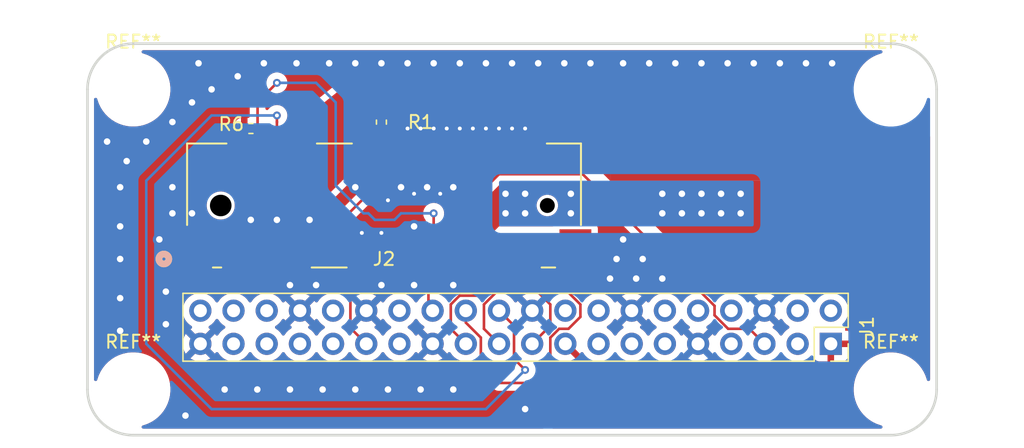
<source format=kicad_pcb>
(kicad_pcb (version 20241229) (generator "pcbnew") (generator_version "9.0")
  (layers (0 "F.Cu" signal) (2 "B.Cu" signal) (13 "F.Paste" user) (15 "B.Paste" user) (5 "F.SilkS" user "F.Silkscreen") (7 "B.SilkS" user "B.Silkscreen") (1 "F.Mask" user) (3 "B.Mask" user) (25 "Edge.Cuts" user))
  (net 0 "")
  (net 1 "Net-(J1-GPIO09_SPI_MISO)")
  (net 5 "Net-(J1-GPIO07_SPI_CE1_N)")
  (net 13 "Net-(J1-GPIO08_SPI_CE0_N)")
  (net 18 "Net-(J1-GPIO11_SPI_CLK)")
  (net 19 "Net-(J1-GPIO05)")
  (net 20 "Net-(J1-GPIO10_SPI_MOSI)")
  (net 23 "Net-(J1-GPIO03_SCL1_I2C)")
  (net 27 "Net-(J1-GPIO25)")
  (net 56 "Net-(J1-GND-Pad14)")
  (net 57 "Net-(J1-3.3V-Pad1)")
  (footprint "2041262-1:CONN60_2041262-1_TEC" (layer "F.Cu") (at 150.200002 97.400008 180)
    (property "Reference" "J2" (at -1 -4.099992 0) (layer "F.SilkS"))
    (property "Value" "Bus_PCI_Express_Mini")
    (fp_line (start 14.0749 4.7498) (end 14.0749 -1.490853) (stroke (width 0.1524)) (layer "F.SilkS"))
    (fp_line (start 12.098056 -4.7498) (end 11.462939 -4.7498) (stroke (width 0.1524)) (layer "F.SilkS"))
    (fp_line (start 11.06294 4.7498) (end 14.0749 4.7498) (stroke (width 0.1524)) (layer "F.SilkS"))
    (fp_line (start 4.53706 -4.7498) (end 1.862941 -4.7498) (stroke (width 0.1524)) (layer "F.SilkS"))
    (fp_line (start 1.462941 4.7498) (end 4.137059 4.7498) (stroke (width 0.1524)) (layer "F.SilkS"))
    (fp_line (start -13.062938 -4.7498) (end -14.098056 -4.7498) (stroke (width 0.1524)) (layer "F.SilkS"))
    (fp_line (start -16.0749 4.7498) (end -13.462939 4.7498) (stroke (width 0.1524)) (layer "F.SilkS"))
    (fp_line (start -16.0749 -1.490853) (end -16.0749 4.7498) (stroke (width 0.1524)) (layer "F.SilkS"))
    (fp_circle (center 15.8529 -4.099992) (end 15.4719 -4.099992) (stroke (width 0.508)) (fill no) (layer "F.SilkS"))
    (fp_circle (center 15.8529 -4.099992) (end 15.4719 -4.099992) (stroke (width 0.508)) (fill no) (layer "B.SilkS"))
    (pad "" smd rect (at -15.649996 -3.499993 90) (size 3.3528 2.4384) (layers "F.Cu" "F.Mask" "F.Paste"))
    (pad "" np_thru_hole circle (at -13.500102 0.000076) (size 1.143 1.143) (drill 1.143) (layers))
    (pad "" np_thru_hole circle (at 11.500001 0) (size 1.651 1.651) (drill 1.651) (layers))
    (pad "" smd rect (at 13.649996 -3.499993 90) (size 3.3528 2.4384) (layers "F.Cu" "F.Mask" "F.Paste"))
    (pad "1" smd rect (at -12.399998 -4.099992) (size 0.6 2.1082) (layers "F.Cu" "F.Mask" "F.Paste") (net 13 "Net-(J1-GPIO08_SPI_CE0_N)"))
    (pad "2" smd rect (at -11.599999 -4.099992) (size 0.6 2.1082) (layers "F.Cu" "F.Mask" "F.Paste") (net 20 "Net-(J1-GPIO10_SPI_MOSI)"))
    (pad "3" smd rect (at -10.799998 -4.099992) (size 0.6 2.1082) (layers "F.Cu" "F.Mask" "F.Paste") (net 1 "Net-(J1-GPIO09_SPI_MISO)"))
    (pad "4" smd rect (at -10 -4.099992) (size 0.6 2.1082) (layers "F.Cu" "F.Mask" "F.Paste") (net 18 "Net-(J1-GPIO11_SPI_CLK)"))
    (pad "5" smd rect (at -9.199999 -4.099992) (size 0.6 2.1082) (layers "F.Cu" "F.Mask" "F.Paste") (net 56 "Net-(J1-GND-Pad14)"))
    (pad "6" smd rect (at -8.399998 -4.099992) (size 0.6 2.1082) (layers "F.Cu" "F.Mask" "F.Paste") (net 57 "Net-(J1-3.3V-Pad1)"))
    (pad "7" smd rect (at -7.599999 -4.099992) (size 0.6 2.1082) (layers "F.Cu" "F.Mask" "F.Paste") (net 57 "Net-(J1-3.3V-Pad1)"))
    (pad "8" smd rect (at -6.799999 -4.099992) (size 0.6 2.1082) (layers "F.Cu" "F.Mask" "F.Paste") (net 56 "Net-(J1-GND-Pad14)"))
    (pad "9" smd rect (at -6 -4.099992) (size 0.6 2.1082) (layers "F.Cu" "F.Mask" "F.Paste") (net 56 "Net-(J1-GND-Pad14)"))
    (pad "10" smd rect (at -5.199999 -4.099992) (size 0.6 2.1082) (layers "F.Cu" "F.Mask" "F.Paste") (net 23 "Net-(J1-GPIO03_SCL1_I2C)"))
    (pad "11" smd rect (at -4.399998 -4.099992) (size 0.6 2.1082) (layers "F.Cu" "F.Mask" "F.Paste") (net 5 "Net-(J1-GPIO07_SPI_CE1_N)"))
    (pad "12" smd rect (at -3.6 -4.099992) (size 0.6 2.1082) (layers "F.Cu" "F.Mask" "F.Paste") (net 56 "Net-(J1-GND-Pad14)"))
    (pad "13" smd rect (at -2.799999 -4.099992) (size 0.6 2.1082) (layers "F.Cu" "F.Mask" "F.Paste") (net 56 "Net-(J1-GND-Pad14)"))
    (pad "14" smd rect (at -2.000001 -4.099992) (size 0.6 2.1082) (layers "F.Cu" "F.Mask" "F.Paste"))
    (pad "15" smd rect (at -1.2 -4.099992) (size 0.6 2.1082) (layers "F.Cu" "F.Mask" "F.Paste"))
    (pad "16" smd rect (at -0.399999 -4.099992) (size 0.6 2.1082) (layers "F.Cu" "F.Mask" "F.Paste") (net 56 "Net-(J1-GND-Pad14)"))
    (pad "17" smd rect (at 0.4 -4.099992) (size 0.6 2.1082) (layers "F.Cu" "F.Mask" "F.Paste"))
    (pad "18" smd rect (at 1.200001 -4.099992) (size 0.6 2.1082) (layers "F.Cu" "F.Mask" "F.Paste"))
    (pad "19" smd rect (at 5.2 -4.099992) (size 0.6 2.1082) (layers "F.Cu" "F.Mask" "F.Paste") (net 56 "Net-(J1-GND-Pad14)"))
    (pad "20" smd rect (at 5.999999 -4.099992) (size 0.6 2.1082) (layers "F.Cu" "F.Mask" "F.Paste"))
    (pad "21" smd rect (at 6.8 -4.099992) (size 0.6 2.1082) (layers "F.Cu" "F.Mask" "F.Paste"))
    (pad "22" smd rect (at 7.600001 -4.099992) (size 0.6 2.1082) (layers "F.Cu" "F.Mask" "F.Paste") (net 56 "Net-(J1-GND-Pad14)"))
    (pad "23" smd rect (at 8.399999 -4.099992) (size 0.6 2.1082) (layers "F.Cu" "F.Mask" "F.Paste"))
    (pad "24" smd rect (at 9.2 -4.099992) (size 0.6 2.1082) (layers "F.Cu" "F.Mask" "F.Paste"))
    (pad "25" smd rect (at 9.999998 -4.099992) (size 0.6 2.1082) (layers "F.Cu" "F.Mask" "F.Paste"))
    (pad "26" smd rect (at 10.799999 -4.099992) (size 0.6 2.1082) (layers "F.Cu" "F.Mask" "F.Paste"))
    (pad "27" smd rect (at -12.799999 4.100009) (size 0.6 2.1082) (layers "F.Cu" "F.Mask" "F.Paste") (net 57 "Net-(J1-3.3V-Pad1)"))
    (pad "28" smd rect (at -11.999998 4.100009) (size 0.6 2.1082) (layers "F.Cu" "F.Mask" "F.Paste") (net 56 "Net-(J1-GND-Pad14)"))
    (pad "29" smd rect (at -11.199997 4.100009) (size 0.6 2.1082) (layers "F.Cu" "F.Mask" "F.Paste"))
    (pad "30" smd rect (at -10.399999 4.100009) (size 0.6 2.1082) (layers "F.Cu" "F.Mask" "F.Paste"))
    (pad "31" smd rect (at -9.599998 4.100009) (size 0.6 2.1082) (layers "F.Cu" "F.Mask" "F.Paste"))
    (pad "32" smd rect (at -8.8 4.100009) (size 0.6 2.1082) (layers "F.Cu" "F.Mask" "F.Paste"))
    (pad "33" smd rect (at -7.999999 4.100009) (size 0.6 2.1082) (layers "F.Cu" "F.Mask" "F.Paste") (net 56 "Net-(J1-GND-Pad14)"))
    (pad "34" smd rect (at -7.199998 4.100009) (size 0.6 2.1082) (layers "F.Cu" "F.Mask" "F.Paste"))
    (pad "35" smd rect (at -6.399999 4.100009) (size 0.6 2.1082) (layers "F.Cu" "F.Mask" "F.Paste"))
    (pad "36" smd rect (at -5.599998 4.100009) (size 0.6 2.1082) (layers "F.Cu" "F.Mask" "F.Paste") (net 56 "Net-(J1-GND-Pad14)"))
    (pad "37" smd rect (at -4.8 4.100009) (size 0.6 2.1082) (layers "F.Cu" "F.Mask" "F.Paste"))
    (pad "38" smd rect (at -3.999999 4.100009) (size 0.6 2.1082) (layers "F.Cu" "F.Mask" "F.Paste"))
    (pad "39" smd rect (at -3.199998 4.100009) (size 0.6 2.1082) (layers "F.Cu" "F.Mask" "F.Paste"))
    (pad "40" smd rect (at -2.4 4.100009) (size 0.6 2.1082) (layers "F.Cu" "F.Mask" "F.Paste") (net 56 "Net-(J1-GND-Pad14)"))
    (pad "41" smd rect (at -1.599999 4.100009) (size 0.6 2.1082) (layers "F.Cu" "F.Mask" "F.Paste") (net 57 "Net-(J1-3.3V-Pad1)"))
    (pad "42" smd rect (at -0.8 4.100009) (size 0.6 2.1082) (layers "F.Cu" "F.Mask" "F.Paste") (net 19 "Net-(J1-GPIO05)"))
    (pad "43" smd rect (at 0.000001 4.100009) (size 0.6 2.1082) (layers "F.Cu" "F.Mask" "F.Paste"))
    (pad "44" smd rect (at 0.800001 4.100009) (size 0.6 2.1082) (layers "F.Cu" "F.Mask" "F.Paste") (net 56 "Net-(J1-GND-Pad14)"))
    (pad "45" smd rect (at 4.799999 4.100009) (size 0.6 2.1082) (layers "F.Cu" "F.Mask" "F.Paste"))
    (pad "46" smd rect (at 5.599999 4.100009) (size 0.6 2.1082) (layers "F.Cu" "F.Mask" "F.Paste"))
    (pad "47" smd rect (at 6.4 4.100009) (size 0.6 2.1082) (layers "F.Cu" "F.Mask" "F.Paste"))
    (pad "48" smd rect (at 7.199999 4.100009) (size 0.6 2.1082) (layers "F.Cu" "F.Mask" "F.Paste") (net 27 "Net-(J1-GPIO25)"))
    (pad "49" smd rect (at 8 4.100009) (size 0.6 2.1082) (layers "F.Cu" "F.Mask" "F.Paste"))
    (pad "50" smd rect (at 8.799998 4.100009) (size 0.6 2.1082) (layers "F.Cu" "F.Mask" "F.Paste"))
    (pad "51" smd rect (at 9.599999 4.100009) (size 0.6 2.1082) (layers "F.Cu" "F.Mask" "F.Paste") (net 56 "Net-(J1-GND-Pad14)"))
    (pad "52" smd rect (at 10.4 4.100009) (size 0.6 2.1082) (layers "F.Cu" "F.Mask" "F.Paste") (net 57 "Net-(J1-3.3V-Pad1)"))
  )
  (footprint "MountingHole:MountingHole_2.7mm_M2.5" (layer "F.Cu") (at 190 111.5)
    (property "Reference" "REF**" (at 0 -3.65 0) (layer "F.SilkS"))
    (property "Value" "MountingHole_2.7mm_M2.5")
    (pad "" np_thru_hole circle (at 0 0) (size 2.7 2.7) (drill 2.7) (layers "*.Cu" "*.Mask"))
  )
  (footprint "Connector_PinSocket_2.54mm:PinSocket_2x20_P2.54mm_Vertical" (layer "F.Cu") (at 185.4 108 -90)
    (property "Reference" "J1" (at -1.27 -2.77 90) (layer "F.SilkS"))
    (property "Value" "RPi_GPIO")
    (fp_line (start -3.87 49.59) (end 1.33 49.59) (stroke (width 0.12)) (layer "F.SilkS"))
    (fp_line (start -1.27 1.27) (end 1.33 1.27) (stroke (width 0.12)) (layer "F.SilkS"))
    (fp_line (start 1.33 1.27) (end 1.33 49.59) (stroke (width 0.12)) (layer "F.SilkS"))
    (fp_line (start -3.87 -1.33) (end -3.87 49.59) (stroke (width 0.12)) (layer "F.SilkS"))
    (fp_line (start -3.87 -1.33) (end -1.27 -1.33) (stroke (width 0.12)) (layer "F.SilkS"))
    (fp_line (start -1.27 -1.33) (end -1.27 1.27) (stroke (width 0.12)) (layer "F.SilkS"))
    (fp_line (start 0 -1.33) (end 1.33 -1.33) (stroke (width 0.12)) (layer "F.SilkS"))
    (fp_line (start 1.33 -1.33) (end 1.33 0) (stroke (width 0.12)) (layer "F.SilkS"))
    (pad "1" thru_hole rect (at 0 0 270) (size 1.7 1.7) (drill 1) (layers "*.Cu" "*.Mask") (net 57 "Net-(J1-3.3V-Pad1)"))
    (pad "2" thru_hole circle (at -2.54 0 270) (size 1.7 1.7) (drill 1) (layers "*.Cu" "*.Mask"))
    (pad "3" thru_hole circle (at 0 2.54 270) (size 1.7 1.7) (drill 1) (layers "*.Cu" "*.Mask"))
    (pad "4" thru_hole circle (at -2.54 2.54 270) (size 1.7 1.7) (drill 1) (layers "*.Cu" "*.Mask"))
    (pad "5" thru_hole circle (at 0 5.08 270) (size 1.7 1.7) (drill 1) (layers "*.Cu" "*.Mask") (net 23 "Net-(J1-GPIO03_SCL1_I2C)"))
    (pad "6" thru_hole circle (at -2.54 5.08 270) (size 1.7 1.7) (drill 1) (layers "*.Cu" "*.Mask") (net 56 "Net-(J1-GND-Pad14)"))
    (pad "7" thru_hole circle (at 0 7.62 270) (size 1.7 1.7) (drill 1) (layers "*.Cu" "*.Mask"))
    (pad "8" thru_hole circle (at -2.54 7.62 270) (size 1.7 1.7) (drill 1) (layers "*.Cu" "*.Mask"))
    (pad "9" thru_hole circle (at 0 10.16 270) (size 1.7 1.7) (drill 1) (layers "*.Cu" "*.Mask") (net 56 "Net-(J1-GND-Pad14)"))
    (pad "10" thru_hole circle (at -2.54 10.16 270) (size 1.7 1.7) (drill 1) (layers "*.Cu" "*.Mask"))
    (pad "11" thru_hole circle (at 0 12.7 270) (size 1.7 1.7) (drill 1) (layers "*.Cu" "*.Mask"))
    (pad "12" thru_hole circle (at -2.54 12.7 270) (size 1.7 1.7) (drill 1) (layers "*.Cu" "*.Mask"))
    (pad "13" thru_hole circle (at 0 15.24 270) (size 1.7 1.7) (drill 1) (layers "*.Cu" "*.Mask"))
    (pad "14" thru_hole circle (at -2.54 15.24 270) (size 1.7 1.7) (drill 1) (layers "*.Cu" "*.Mask") (net 56 "Net-(J1-GND-Pad14)"))
    (pad "15" thru_hole circle (at 0 17.78 270) (size 1.7 1.7) (drill 1) (layers "*.Cu" "*.Mask"))
    (pad "16" thru_hole circle (at -2.54 17.78 270) (size 1.7 1.7) (drill 1) (layers "*.Cu" "*.Mask"))
    (pad "17" thru_hole circle (at 0 20.32 270) (size 1.7 1.7) (drill 1) (layers "*.Cu" "*.Mask") (net 57 "Net-(J1-3.3V-Pad1)"))
    (pad "18" thru_hole circle (at -2.54 20.32 270) (size 1.7 1.7) (drill 1) (layers "*.Cu" "*.Mask"))
    (pad "19" thru_hole circle (at 0 22.86 270) (size 1.7 1.7) (drill 1) (layers "*.Cu" "*.Mask") (net 20 "Net-(J1-GPIO10_SPI_MOSI)"))
    (pad "20" thru_hole circle (at -2.54 22.86 270) (size 1.7 1.7) (drill 1) (layers "*.Cu" "*.Mask") (net 56 "Net-(J1-GND-Pad14)"))
    (pad "21" thru_hole circle (at 0 25.4 270) (size 1.7 1.7) (drill 1) (layers "*.Cu" "*.Mask") (net 1 "Net-(J1-GPIO09_SPI_MISO)"))
    (pad "22" thru_hole circle (at -2.54 25.4 270) (size 1.7 1.7) (drill 1) (layers "*.Cu" "*.Mask") (net 27 "Net-(J1-GPIO25)"))
    (pad "23" thru_hole circle (at 0 27.94 270) (size 1.7 1.7) (drill 1) (layers "*.Cu" "*.Mask") (net 18 "Net-(J1-GPIO11_SPI_CLK)"))
    (pad "24" thru_hole circle (at -2.54 27.94 270) (size 1.7 1.7) (drill 1) (layers "*.Cu" "*.Mask") (net 13 "Net-(J1-GPIO08_SPI_CE0_N)"))
    (pad "25" thru_hole circle (at 0 30.48 270) (size 1.7 1.7) (drill 1) (layers "*.Cu" "*.Mask") (net 56 "Net-(J1-GND-Pad14)"))
    (pad "26" thru_hole circle (at -2.54 30.48 270) (size 1.7 1.7) (drill 1) (layers "*.Cu" "*.Mask") (net 5 "Net-(J1-GPIO07_SPI_CE1_N)"))
    (pad "27" thru_hole circle (at 0 33.02 270) (size 1.7 1.7) (drill 1) (layers "*.Cu" "*.Mask"))
    (pad "28" thru_hole circle (at -2.54 33.02 270) (size 1.7 1.7) (drill 1) (layers "*.Cu" "*.Mask"))
    (pad "29" thru_hole circle (at 0 35.56 270) (size 1.7 1.7) (drill 1) (layers "*.Cu" "*.Mask") (net 19 "Net-(J1-GPIO05)"))
    (pad "30" thru_hole circle (at -2.54 35.56 270) (size 1.7 1.7) (drill 1) (layers "*.Cu" "*.Mask") (net 56 "Net-(J1-GND-Pad14)"))
    (pad "31" thru_hole circle (at 0 38.1 270) (size 1.7 1.7) (drill 1) (layers "*.Cu" "*.Mask"))
    (pad "32" thru_hole circle (at -2.54 38.1 270) (size 1.7 1.7) (drill 1) (layers "*.Cu" "*.Mask"))
    (pad "33" thru_hole circle (at 0 40.64 270) (size 1.7 1.7) (drill 1) (layers "*.Cu" "*.Mask"))
    (pad "34" thru_hole circle (at -2.54 40.64 270) (size 1.7 1.7) (drill 1) (layers "*.Cu" "*.Mask") (net 56 "Net-(J1-GND-Pad14)"))
    (pad "35" thru_hole circle (at 0 43.18 270) (size 1.7 1.7) (drill 1) (layers "*.Cu" "*.Mask"))
    (pad "36" thru_hole circle (at -2.54 43.18 270) (size 1.7 1.7) (drill 1) (layers "*.Cu" "*.Mask"))
    (pad "37" thru_hole circle (at 0 45.72 270) (size 1.7 1.7) (drill 1) (layers "*.Cu" "*.Mask"))
    (pad "38" thru_hole circle (at -2.54 45.72 270) (size 1.7 1.7) (drill 1) (layers "*.Cu" "*.Mask"))
    (pad "39" thru_hole circle (at 0 48.26 270) (size 1.7 1.7) (drill 1) (layers "*.Cu" "*.Mask") (net 56 "Net-(J1-GND-Pad14)"))
    (pad "40" thru_hole circle (at -2.54 48.26 270) (size 1.7 1.7) (drill 1) (layers "*.Cu" "*.Mask"))
  )
  (footprint "Resistor_SMD:R_0402_1005Metric" (layer "F.Cu") (at 151 91.01 -90)
    (property "Reference" "R1" (at 0 -3 0) (layer "F.SilkS"))
    (property "Value" "10 kΩ")
    (fp_line (start -0.153641 0.38) (end 0.153641 0.38) (stroke (width 0.12)) (layer "F.SilkS"))
    (fp_line (start -0.153641 -0.38) (end 0.153641 -0.38) (stroke (width 0.12)) (layer "F.SilkS"))
    (pad "1" smd roundrect (at -0.51 0 270) (size 0.54 0.64) (layers "F.Cu" "F.Mask" "F.Paste") (net 57 "Net-(J1-3.3V-Pad1)"))
    (pad "2" smd roundrect (at 0.51 0 270) (size 0.54 0.64) (layers "F.Cu" "F.Mask" "F.Paste") (net 19 "Net-(J1-GPIO05)"))
  )
  (footprint "Resistor_SMD:R_0402_1005Metric" (layer "F.Cu") (at 141.01 91.5 180)
    (property "Reference" "R6" (at 1.5 0.33 0) (layer "F.SilkS"))
    (property "Value" "100 kΩ")
    (fp_line (start -0.153641 0.38) (end 0.153641 0.38) (stroke (width 0.12)) (layer "F.SilkS"))
    (fp_line (start -0.153641 -0.38) (end 0.153641 -0.38) (stroke (width 0.12)) (layer "F.SilkS"))
    (pad "1" smd roundrect (at -0.51 0 180) (size 0.54 0.64) (layers "F.Cu" "F.Mask" "F.Paste") (net 23 "Net-(J1-GPIO03_SCL1_I2C)"))
    (pad "2" smd roundrect (at 0.51 0 180) (size 0.54 0.64) (layers "F.Cu" "F.Mask" "F.Paste") (net 56 "Net-(J1-GND-Pad14)"))
  )
  (footprint "MountingHole:MountingHole_2.7mm_M2.5" (layer "F.Cu") (at 190 88.5)
    (property "Reference" "REF**" (at 0 -3.65 0) (layer "F.SilkS"))
    (property "Value" "MountingHole_2.7mm_M2.5")
    (pad "" np_thru_hole circle (at 0 0) (size 2.7 2.7) (drill 2.7) (layers "*.Cu" "*.Mask"))
  )
  (footprint "MountingHole:MountingHole_2.7mm_M2.5" (layer "F.Cu") (at 132 88.5)
    (property "Reference" "REF**" (at 0 -3.65 0) (layer "F.SilkS"))
    (property "Value" "MountingHole_2.7mm_M2.5")
    (pad "" np_thru_hole circle (at 0 0) (size 2.7 2.7) (drill 2.7) (layers "*.Cu" "*.Mask"))
  )
  (footprint "MountingHole:MountingHole_2.7mm_M2.5" (layer "F.Cu") (at 132 111.5)
    (property "Reference" "REF**" (at 0 -3.65 0) (layer "F.SilkS"))
    (property "Value" "MountingHole_2.7mm_M2.5")
    (pad "" np_thru_hole circle (at 0 0) (size 2.7 2.7) (drill 2.7) (layers "*.Cu" "*.Mask"))
  )
  (gr_arc (start 190 85) (mid 192.474874 86.025126) (end 193.5 88.5) (stroke (width 0.2)) (layer "Edge.Cuts"))
  (gr_arc (start 193.5 111.5) (mid 192.474874 113.974874) (end 190 115) (stroke (width 0.2)) (layer "Edge.Cuts"))
  (gr_line (start 128.5 111.5) (end 128.5 88.5) (stroke (width 0.2)) (layer "Edge.Cuts"))
  (gr_arc (start 128.5 88.5) (mid 129.525126 86.025126) (end 132 85) (stroke (width 0.2)) (layer "Edge.Cuts"))
  (gr_line (start 132 85) (end 190 85) (stroke (width 0.2)) (layer "Edge.Cuts"))
  (gr_arc (start 132 115) (mid 129.525126 113.974874) (end 128.5 111.5) (stroke (width 0.2)) (layer "Edge.Cuts"))
  (gr_line (start 193.5 88.5) (end 193.5 111.5) (stroke (width 0.2)) (layer "Edge.Cuts"))
  (gr_line (start 190 115) (end 132 115) (stroke (width 0.2)) (layer "Edge.Cuts"))
  (segment (start 158.849 106.849) (end 160 108) (width 0.2) (layer "F.Cu") (net 1))
  (segment (start 158.849 104.98324) (end 158.849 106.849) (width 0.2) (layer "F.Cu") (net 1))
  (segment (start 161 101.5) (end 161 102.83224) (width 0.2) (layer "F.Cu") (net 1))
  (segment (start 161 102.83224) (end 158.849 104.98324) (width 0.2) (layer "F.Cu") (net 1))
  (segment (start 154.6 105.14) (end 154.6 101.5) (width 0.2) (layer "F.Cu") (net 5))
  (segment (start 154.92 105.46) (end 154.6 105.14) (width 0.2) (layer "F.Cu") (net 5))
  (segment (start 160 111) (end 162.5 111) (width 0.2) (layer "F.Cu") (net 13))
  (segment (start 163.929 107.52324) (end 164.60324 106.849) (width 0.2) (layer "F.Cu") (net 13))
  (segment (start 158.611 109.611) (end 160 111) (width 0.2) (layer "F.Cu") (net 13))
  (segment (start 158.611 107.52324) (end 158.611 109.611) (width 0.2) (layer "F.Cu") (net 13))
  (segment (start 166.231 104.98324) (end 162.74776 101.5) (width 0.2) (layer "F.Cu") (net 13))
  (segment (start 166.231 105.93676) (end 166.231 104.98324) (width 0.2) (layer "F.Cu") (net 13))
  (segment (start 165.31876 106.849) (end 166.231 105.93676) (width 0.2) (layer "F.Cu") (net 13))
  (segment (start 157.46 106.37224) (end 158.611 107.52324) (width 0.2) (layer "F.Cu") (net 13))
  (segment (start 164.60324 106.849) (end 165.31876 106.849) (width 0.2) (layer "F.Cu") (net 13))
  (segment (start 157.46 105.46) (end 157.46 106.37224) (width 0.2) (layer "F.Cu") (net 13))
  (segment (start 162.74776 101.5) (end 162.6 101.5) (width 0.2) (layer "F.Cu") (net 13))
  (segment (start 162.5 111) (end 163.929 109.571) (width 0.2) (layer "F.Cu") (net 13))
  (segment (start 163.929 109.571) (end 163.929 107.52324) (width 0.2) (layer "F.Cu") (net 13))
  (segment (start 156.98324 104.309) (end 156.309 104.98324) (width 0.2) (layer "F.Cu") (net 18))
  (segment (start 156.309 104.98324) (end 156.309 106.849) (width 0.2) (layer "F.Cu") (net 18))
  (segment (start 160.200002 102.645062) (end 158.536064 104.309) (width 0.2) (layer "F.Cu") (net 18))
  (segment (start 156.309 106.849) (end 157.46 108) (width 0.2) (layer "F.Cu") (net 18))
  (segment (start 160.200002 101.5) (end 160.200002 102.645062) (width 0.2) (layer "F.Cu") (net 18))
  (segment (start 158.536064 104.309) (end 156.98324 104.309) (width 0.2) (layer "F.Cu") (net 18))
  (segment (start 151.000002 93.299999) (end 151.000002 91.520002) (width 0.2) (layer "F.Cu") (net 19))
  (segment (start 149.84 108) (end 148.6261 106.7861) (width 0.2) (layer "F.Cu") (net 19))
  (segment (start 147.5 103.5) (end 147.5 99) (width 0.2) (layer "F.Cu") (net 19))
  (segment (start 147.5 99) (end 151.000002 95.499998) (width 0.2) (layer "F.Cu") (net 19))
  (segment (start 148.6261 104.6261) (end 147.5 103.5) (width 0.2) (layer "F.Cu") (net 19))
  (segment (start 151.000002 91.520002) (end 151 91.52) (width 0.2) (layer "F.Cu") (net 19))
  (segment (start 151.000002 95.499998) (end 151.000002 93.299999) (width 0.2) (layer "F.Cu") (net 19))
  (segment (start 148.6261 106.7861) (end 148.6261 104.6261) (width 0.2) (layer "F.Cu") (net 19))
  (segment (start 161.800001 101.5) (end 161.800001 102.854241) (width 0.2) (layer "F.Cu") (net 20))
  (segment (start 163.929 104.98324) (end 163.929 106.611) (width 0.2) (layer "F.Cu") (net 20))
  (segment (start 163.929 106.611) (end 162.54 108) (width 0.2) (layer "F.Cu") (net 20))
  (segment (start 161.800001 102.854241) (end 163.929 104.98324) (width 0.2) (layer "F.Cu") (net 20))
  (segment (start 180.32 108) (end 179.169 106.849) (width 0.2) (layer "F.Cu") (net 23))
  (segment (start 176.5 105.80776) (end 176.5 105.09224) (width 0.2) (layer "F.Cu") (net 23))
  (segment (start 176.5 105.09224) (end 166.40776 95) (width 0.2) (layer "F.Cu") (net 23))
  (segment (start 155 99.199998) (end 155.400001 99.599999) (width 0.2) (layer "F.Cu") (net 23))
  (segment (start 160 95) (end 155.400001 99.599999) (width 0.2) (layer "F.Cu") (net 23))
  (segment (start 141.52 89.48) (end 143 88) (width 0.2) (layer "F.Cu") (net 23))
  (segment (start 155 98) (end 155 99.199998) (width 0.2) (layer "F.Cu") (net 23))
  (segment (start 166.40776 95) (end 160 95) (width 0.2) (layer "F.Cu") (net 23))
  (segment (start 177.54124 106.849) (end 176.5 105.80776) (width 0.2) (layer "F.Cu") (net 23))
  (segment (start 179.169 106.849) (end 177.54124 106.849) (width 0.2) (layer "F.Cu") (net 23))
  (segment (start 155.400001 99.599999) (end 155.400001 101.5) (width 0.2) (layer "F.Cu") (net 23))
  (segment (start 141.52 91.5) (end 141.52 89.48) (width 0.2) (layer "F.Cu") (net 23))
  (via (at 143 88) (size 0.6) (drill 0.3) (layers "F.Cu" "B.Cu") (net 23))
  (via (at 155 98) (size 0.6) (drill 0.3) (layers "F.Cu" "B.Cu") (net 23))
  (segment (start 147.5 95.867214) (end 149.632786 98) (width 0.2) (layer "B.Cu") (net 23))
  (segment (start 147.5 89.5) (end 147.5 95.867214) (width 0.2) (layer "B.Cu") (net 23))
  (segment (start 150 98) (end 150.5 98.5) (width 0.2) (layer "B.Cu") (net 23))
  (segment (start 152.5 98) (end 155 98) (width 0.2) (layer "B.Cu") (net 23))
  (segment (start 149.632786 98) (end 150 98) (width 0.2) (layer "B.Cu") (net 23))
  (segment (start 143 88) (end 146 88) (width 0.2) (layer "B.Cu") (net 23))
  (segment (start 150.5 98.5) (end 152 98.5) (width 0.2) (layer "B.Cu") (net 23))
  (segment (start 152 98.5) (end 152.5 98) (width 0.2) (layer "B.Cu") (net 23))
  (segment (start 146 88) (end 147.5 89.5) (width 0.2) (layer "B.Cu") (net 23))
  (segment (start 161.151 109.151) (end 162 110) (width 0.2) (layer "F.Cu") (net 27))
  (segment (start 143 91) (end 143.000003 91.000003) (width 0.2) (layer "F.Cu") (net 27))
  (segment (start 143.000003 91.000003) (end 143.000003 93.299999) (width 0.2) (layer "F.Cu") (net 27))
  (segment (start 160 105.46) (end 161.151 106.611) (width 0.2) (layer "F.Cu") (net 27))
  (segment (start 143 90.5) (end 143 91) (width 0.2) (layer "F.Cu") (net 27))
  (segment (start 161.151 106.611) (end 161.151 109.151) (width 0.2) (layer "F.Cu") (net 27))
  (via (at 143 90.5) (size 0.6) (drill 0.3) (layers "F.Cu" "B.Cu") (net 27))
  (via (at 162 110) (size 0.6) (drill 0.3) (layers "F.Cu" "B.Cu") (net 27))
  (segment (start 138 90.5) (end 143 90.5) (width 0.2) (layer "B.Cu") (net 27))
  (segment (start 159 113) (end 138 113) (width 0.2) (layer "B.Cu") (net 27))
  (segment (start 133 108) (end 133 95.5) (width 0.2) (layer "B.Cu") (net 27))
  (segment (start 133 95.5) (end 138 90.5) (width 0.2) (layer "B.Cu") (net 27))
  (segment (start 138 113) (end 133 108) (width 0.2) (layer "B.Cu") (net 27))
  (segment (start 162 110) (end 159 113) (width 0.2) (layer "B.Cu") (net 27))
  (segment (start 156.200002 103.200002) (end 156.5 103.5) (width 0.2) (layer "F.Cu") (net 56))
  (segment (start 153.5 99) (end 153 99.5) (width 0.2) (layer "F.Cu") (net 56))
  (segment (start 149 96) (end 149.400001 95.599999) (width 0.2) (layer "F.Cu") (net 56))
  (segment (start 153.5 103.5) (end 153.000001 103.000001) (width 0.2) (layer "F.Cu") (net 56))
  (segment (start 142.600001 101.5) (end 142.600001 98.899999) (width 0.2) (layer "F.Cu") (net 56))
  (segment (start 145.000002 101.5) (end 145.000002 102.500002) (width 0.2) (layer "F.Cu") (net 56))
  (segment (start 145.000002 101.5) (end 145.000002 98.999998) (width 0.2) (layer "F.Cu") (net 56))
  (segment (start 143.345901 103.5) (end 144 103.5) (width 0.2) (layer "F.Cu") (net 56))
  (segment (start 159.400001 102.7541) (end 158.654101 103.5) (width 0.2) (layer "F.Cu") (net 56))
  (segment (start 156.200002 101.5) (end 156.200002 103.200002) (width 0.2) (layer "F.Cu") (net 56))
  (segment (start 152.600002 95.899998) (end 152.5 96) (width 0.2) (layer "F.Cu") (net 56))
  (segment (start 142.600001 102.7541) (end 143.345901 103.5) (width 0.2) (layer "F.Cu") (net 56))
  (segment (start 140.600003 91.600003) (end 140.5 91.5) (width 0.2) (layer "F.Cu") (net 56))
  (segment (start 153.800002 103.199998) (end 153.5 103.5) (width 0.2) (layer "F.Cu") (net 56))
  (segment (start 158.654101 103.5) (end 156.5 103.5) (width 0.2) (layer "F.Cu") (net 56))
  (segment (start 150.600001 103.100001) (end 151 103.5) (width 0.2) (layer "F.Cu") (net 56))
  (segment (start 158.200001 93.299999) (end 158.200001 94.799999) (width 0.2) (layer "F.Cu") (net 56))
  (segment (start 150.600001 101.5) (end 150.600001 103.100001) (width 0.2) (layer "F.Cu") (net 56))
  (segment (start 155.8 93.299999) (end 155.8 94.7) (width 0.2) (layer "F.Cu") (net 56))
  (segment (start 153.800002 101.5) (end 153.800002 99.300002) (width 0.2) (layer "F.Cu") (net 56))
  (segment (start 145.000002 98.999998) (end 145.5 98.5) (width 0.2) (layer "F.Cu") (net 56))
  (segment (start 152.600002 91.899998) (end 153 91.5) (width 0.2) (layer "F.Cu") (net 56))
  (segment (start 153.000001 103.000001) (end 153.000001 101.5) (width 0.2) (layer "F.Cu") (net 56))
  (segment (start 161.654101 91.5) (end 161 91.5) (width 0.2) (layer "F.Cu") (net 56))
  (segment (start 157.000001 102.999999) (end 157.000001 101.5) (width 0.2) (layer "F.Cu") (net 56))
  (segment (start 155.8 94.7) (end 154.5 96) (width 0.2) (layer "F.Cu") (net 56))
  (segment (start 162.2 93.299999) (end 162.2 92.045899) (width 0.2) (layer "F.Cu") (net 56))
  (segment (start 149.400001 95.599999) (end 149.400001 93.299999) (width 0.2) (layer "F.Cu") (net 56))
  (segment (start 142.600001 98.899999) (end 143 98.5) (width 0.2) (layer "F.Cu") (net 56))
  (segment (start 153 99.5) (end 153.000001 101.5) (width 0.2) (layer "F.Cu") (net 56))
  (segment (start 162.2 92.045899) (end 161.654101 91.5) (width 0.2) (layer "F.Cu") (net 56))
  (segment (start 153.800002 99.300002) (end 153.5 99) (width 0.2) (layer "F.Cu") (net 56))
  (segment (start 159.400001 101.5) (end 159.400001 102.7541) (width 0.2) (layer "F.Cu") (net 56))
  (segment (start 157 96) (end 156.5 96) (width 0.2) (layer "F.Cu") (net 56))
  (segment (start 156.5 103.5) (end 157.000001 102.999999) (width 0.2) (layer "F.Cu") (net 56))
  (segment (start 152.600002 93.299999) (end 152.600002 91.899998) (width 0.2) (layer "F.Cu") (net 56))
  (segment (start 145.000002 102.500002) (end 146 103.5) (width 0.2) (layer "F.Cu") (net 56))
  (segment (start 152.600002 93.299999) (end 152.600002 95.899998) (width 0.2) (layer "F.Cu") (net 56))
  (segment (start 142.600001 101.5) (end 142.600001 102.7541) (width 0.2) (layer "F.Cu") (net 56))
  (segment (start 140.600003 93.299999) (end 140.600003 91.600003) (width 0.2) (layer "F.Cu") (net 56))
  (segment (start 158.200001 94.799999) (end 157 96) (width 0.2) (layer "F.Cu") (net 56))
  (segment (start 153.800002 101.5) (end 153.800002 103.199998) (width 0.2) (layer "F.Cu") (net 56))
  (via (at 149 86.5) (size 1) (drill 0.5) (layers "F.Cu" "B.Cu") (net 56))
  (via (at 175.5 86.5) (size 1) (drill 0.5) (layers "F.Cu" "B.Cu") (net 56))
  (via (at 161 86.5) (size 1) (drill 0.5) (layers "F.Cu" "B.Cu") (net 56))
  (via (at 154 91.5) (size 0.6) (drill 0.3) (layers "F.Cu" "B.Cu") (net 56))
  (via (at 159 91.5) (size 0.6) (drill 0.3) (layers "F.Cu" "B.Cu") (net 56))
  (via (at 130 92.5) (size 1) (drill 0.5) (layers "F.Cu" "B.Cu") (net 56))
  (via (at 153.5 99) (size 1) (drill 0.5) (layers "F.Cu" "B.Cu") (net 56))
  (via (at 169.5 100) (size 1) (drill 0.5) (layers "F.Cu" "B.Cu") (net 56))
  (via (at 152.5 96) (size 1) (drill 0.5) (layers "F.Cu" "B.Cu") (net 56))
  (via (at 131.5 94) (size 1) (drill 0.5) (layers "F.Cu" "B.Cu") (net 56))
  (via (at 155.5 96.5) (size 0.6) (drill 0.3) (layers "F.Cu" "B.Cu") (net 56))
  (via (at 156.5 96) (size 1) (drill 0.5) (layers "F.Cu" "B.Cu") (net 56))
  (via (at 131 101.5) (size 1) (drill 0.5) (layers "F.Cu" "B.Cu") (net 56))
  (via (at 153 86.5) (size 1) (drill 0.5) (layers "F.Cu" "B.Cu") (net 56))
  (via (at 144.5 86.5) (size 1) (drill 0.5) (layers "F.Cu" "B.Cu") (net 56))
  (via (at 131 99) (size 1) (drill 0.5) (layers "F.Cu" "B.Cu") (net 56))
  (via (at 173.5 86.5) (size 1) (drill 0.5) (layers "F.Cu" "B.Cu") (net 56))
  (via (at 154.5 96) (size 1) (drill 0.5) (layers "F.Cu" "B.Cu") (net 56))
  (via (at 137 86.5) (size 1) (drill 0.5) (layers "F.Cu" "B.Cu") (net 56))
  (via (at 155 91.5) (size 0.6) (drill 0.3) (layers "F.Cu" "B.Cu") (net 56))
  (via (at 151 103.5) (size 1) (drill 0.5) (layers "F.Cu" "B.Cu") (net 56))
  (via (at 139 111.5) (size 1) (drill 0.5) (layers "F.Cu" "B.Cu") (net 56))
  (via (at 144 111.5) (size 1) (drill 0.5) (layers "F.Cu" "B.Cu") (net 56))
  (via (at 181.5 86.5) (size 1) (drill 0.5) (layers "F.Cu" "B.Cu") (net 56))
  (via (at 177.5 86.5) (size 1) (drill 0.5) (layers "F.Cu" "B.Cu") (net 56))
  (via (at 138 88.5) (size 1) (drill 0.5) (layers "F.Cu" "B.Cu") (net 56))
  (via (at 172.5 103) (size 1) (drill 0.5) (layers "F.Cu" "B.Cu") (net 56))
  (via (at 135 98) (size 1) (drill 0.5) (layers "F.Cu" "B.Cu") (net 56))
  (via (at 183.5 86.5) (size 1) (drill 0.5) (layers "F.Cu" "B.Cu") (net 56))
  (via (at 161 91.5) (size 0.6) (drill 0.3) (layers "F.Cu" "B.Cu") (net 56))
  (via (at 185.5 86.5) (size 1) (drill 0.5) (layers "F.Cu" "B.Cu") (net 56))
  (via (at 154 111.5) (size 1) (drill 0.5) (layers "F.Cu" "B.Cu") (net 56))
  (via (at 143 98.5) (size 1) (drill 0.5) (layers "F.Cu" "B.Cu") (net 56))
  (via (at 165 86.5) (size 1) (drill 0.5) (layers "F.Cu" "B.Cu") (net 56))
  (via (at 158 91.5) (size 0.6) (drill 0.3) (layers "F.Cu" "B.Cu") (net 56))
  (via (at 171.5 86.5) (size 1) (drill 0.5) (layers "F.Cu" "B.Cu") (net 56))
  (via (at 136.5 89.5) (size 1) (drill 0.5) (layers "F.Cu" "B.Cu") (net 56))
  (via (at 131 107) (size 1) (drill 0.5) (layers "F.Cu" "B.Cu") (net 56))
  (via (at 169 101.5) (size 1) (drill 0.5) (layers "F.Cu" "B.Cu") (net 56))
  (via (at 142 86.5) (size 1) (drill 0.5) (layers "F.Cu" "B.Cu") (net 56))
  (via (at 160 91.5) (size 0.6) (drill 0.3) (layers "F.Cu" "B.Cu") (net 56))
  (via (at 155 86.5) (size 1) (drill 0.5) (layers "F.Cu" "B.Cu") (net 56))
  (via (at 134 100) (size 1) (drill 0.5) (layers "F.Cu" "B.Cu") (net 56))
  (via (at 163 86.5) (size 1) (drill 0.5) (layers "F.Cu" "B.Cu") (net 56))
  (via (at 141 98.5) (size 1) (drill 0.5) (layers "F.Cu" "B.Cu") (net 56))
  (via (at 134.5 104) (size 1) (drill 0.5) (layers "F.Cu" "B.Cu") (net 56))
  (via (at 149 96) (size 1) (drill 0.5) (layers "F.Cu" "B.Cu") (net 56))
  (via (at 156 91.5) (size 0.6) (drill 0.3) (layers "F.Cu" "B.Cu") (net 56))
  (via (at 168.5 103) (size 1) (drill 0.5) (layers "F.Cu" "B.Cu") (net 56))
  (via (at 149.5 99.5) (size 0.6) (drill 0.3) (layers "F.Cu" "B.Cu") (net 56))
  (via (at 131 96) (size 1) (drill 0.5) (layers "F.Cu" "B.Cu") (net 56))
  (via (at 179.5 86.5) (size 1) (drill 0.5) (layers "F.Cu" "B.Cu") (net 56))
  (via (at 144 103.5) (size 1) (drill 0.5) (layers "F.Cu" "B.Cu") (net 56))
  (via (at 151 86.5) (size 1) (drill 0.5) (layers "F.Cu" "B.Cu") (net 56))
  (via (at 140 87.5) (size 1) (drill 0.5) (layers "F.Cu" "B.Cu") (net 56))
  (via (at 156.5 111.5) (size 1) (drill 0.5) (layers "F.Cu" "B.Cu") (net 56))
  (via (at 149 111.5) (size 1) (drill 0.5) (layers "F.Cu" "B.Cu") (net 56))
  (via (at 151 99.5) (size 0.6) (drill 0.3) (layers "F.Cu" "B.Cu") (net 56))
  (via (at 147 86.5) (size 1) (drill 0.5) (layers "F.Cu" "B.Cu") (net 56))
  (via (at 153.5 103.5) (size 1) (drill 0.5) (layers "F.Cu" "B.Cu") (net 56))
  (via (at 151.5 111.5) (size 1) (drill 0.5) (layers "F.Cu" "B.Cu") (net 56))
  (via (at 131 104.5) (size 1) (drill 0.5) (layers "F.Cu" "B.Cu") (net 56))
  (via (at 156.5 103.5) (size 1) (drill 0.5) (layers "F.Cu" "B.Cu") (net 56))
  (via (at 162 91.5) (size 0.6) (drill 0.3) (layers "F.Cu" "B.Cu") (net 56))
  (via (at 170.5 103) (size 1) (drill 0.5) (layers "F.Cu" "B.Cu") (net 56))
  (via (at 135 91) (size 1) (drill 0.5) (layers "F.Cu" "B.Cu") (net 56))
  (via (at 146 103.5) (size 1) (drill 0.5) (layers "F.Cu" "B.Cu") (net 56))
  (via (at 136.5 98) (size 1) (drill 0.5) (layers "F.Cu" "B.Cu") (net 56))
  (via (at 153.5 96.5) (size 0.6) (drill 0.3) (layers "F.Cu" "B.Cu") (net 56))
  (via (at 167 86.5) (size 1) (drill 0.5) (layers "F.Cu" "B.Cu") (net 56))
  (via (at 135 96) (size 1) (drill 0.5) (layers "F.Cu" "B.Cu") (net 56))
  (via (at 162 113) (size 1) (drill 0.5) (layers "F.Cu" "B.Cu") (net 56))
  (via (at 169.5 86.5) (size 1) (drill 0.5) (layers "F.Cu" "B.Cu") (net 56))
  (via (at 171 101.5) (size 1) (drill 0.5) (layers "F.Cu" "B.Cu") (net 56))
  (via (at 157 91.5) (size 0.6) (drill 0.3) (layers "F.Cu" "B.Cu") (net 56))
  (via (at 136 113.5) (size 1) (drill 0.5) (layers "F.Cu" "B.Cu") (net 56))
  (via (at 153 91.5) (size 0.6) (drill 0.3) (layers "F.Cu" "B.Cu") (net 56))
  (via (at 141.5 111.5) (size 1) (drill 0.5) (layers "F.Cu" "B.Cu") (net 56))
  (via (at 151.5 97) (size 0.6) (drill 0.3) (layers "F.Cu" "B.Cu") (net 56))
  (via (at 145.5 98.5) (size 1) (drill 0.5) (layers "F.Cu" "B.Cu") (net 56))
  (via (at 157 86.5) (size 1) (drill 0.5) (layers "F.Cu" "B.Cu") (net 56))
  (via (at 134.5 106.5) (size 1) (drill 0.5) (layers "F.Cu" "B.Cu") (net 56))
  (via (at 146.5 111.5) (size 1) (drill 0.5) (layers "F.Cu" "B.Cu") (net 56))
  (via (at 133 92.5) (size 1) (drill 0.5) (layers "F.Cu" "B.Cu") (net 56))
  (via (at 159 86.5) (size 1) (drill 0.5) (layers "F.Cu" "B.Cu") (net 56))
  (segment (start 139.800002 93.299999) (end 139.800002 94.699998) (width 0.2) (layer "F.Cu") (net 57))
  (segment (start 158.6 99.6) (end 158.5 99.5) (width 0.2) (layer "F.Cu") (net 57))
  (segment (start 139.800002 94.699998) (end 139.5 95) (width 0.2) (layer "F.Cu") (net 57))
  (segment (start 151.800001 93.299999) (end 151.800001 90.199999) (width 0.2) (layer "F.Cu") (net 57))
  (segment (start 158 99.5) (end 157.800001 99.699999) (width 0.2) (layer "F.Cu") (net 57))
  (segment (start 158.6 101.5) (end 158.6 99.6) (width 0.2) (layer "F.Cu") (net 57))
  (segment (start 163.000001 93.299999) (end 163 91.5) (width 0.2) (layer "F.Cu") (net 57))
  (segment (start 158.5 99.5) (end 158 99.5) (width 0.2) (layer "F.Cu") (net 57))
  (segment (start 157.800001 99.699999) (end 157.800001 101.5) (width 0.2) (layer "F.Cu") (net 57))
  (segment (start 151.800001 90.199999) (end 152 90) (width 0.2) (layer "F.Cu") (net 57))
  (via (at 165.5 98) (size 1) (drill 0.5) (layers "F.Cu" "B.Cu") (net 57))
  (via (at 177 98) (size 1) (drill 0.5) (layers "F.Cu" "B.Cu") (net 57))
  (via (at 174 98) (size 1) (drill 0.5) (layers "F.Cu" "B.Cu") (net 57))
  (via (at 175.5 96.5) (size 1) (drill 0.5) (layers "F.Cu" "B.Cu") (net 57))
  (via (at 178.5 96.5) (size 1) (drill 0.5) (layers "F.Cu" "B.Cu") (net 57))
  (via (at 177 96.5) (size 1) (drill 0.5) (layers "F.Cu" "B.Cu") (net 57))
  (via (at 172.5 96.5) (size 1) (drill 0.5) (layers "F.Cu" "B.Cu") (net 57))
  (via (at 175.5 98) (size 1) (drill 0.5) (layers "F.Cu" "B.Cu") (net 57))
  (via (at 165.5 96.5) (size 1) (drill 0.5) (layers "F.Cu" "B.Cu") (net 57))
  (via (at 172.5 98) (size 1) (drill 0.5) (layers "F.Cu" "B.Cu") (net 57))
  (via (at 178.5 98) (size 1) (drill 0.5) (layers "F.Cu" "B.Cu") (net 57))
  (via (at 174 96.5) (size 1) (drill 0.5) (layers "F.Cu" "B.Cu") (net 57))
  (via (at 162 96.5) (size 1) (drill 0.5) (layers "F.Cu" "B.Cu") (net 57))
  (via (at 160.5 96.5) (size 1) (drill 0.5) (layers "F.Cu" "B.Cu") (net 57))
  (via (at 162 98) (size 1) (drill 0.5) (layers "F.Cu" "B.Cu") (net 57))
  (via (at 160.5 98) (size 1) (drill 0.5) (layers "F.Cu" "B.Cu") (net 57))
  (zone (net 57) (net_name "Net-(J1-3.3V-Pad1)") (layer "F.Cu") (priority 3) (connect_pads (clearance 0.5)) (min_thickness 0.25) (fill yes (thermal_gap 0.5) (thermal_bridge_width 0.5))
    (polygon (pts (xy 137.5 93) (xy 136.5 94) (xy 136.5 95.5) (xy 137.5 96.5) (xy 147 96.5) (xy 148.5 95) (xy 148.5 92) (xy 150 91) (xy 168.5 91) (xy 168.5 95.5) (xy 193.5 95.5) (xy 193.5 92) (xy 186.5 92) (xy 186.5 88) (xy 148.5 88) (xy 146 90) (xy 146 94.5) (xy 145.5 95) (xy 140 95) (xy 140 93)))
  )
  (zone (net 57) (net_name "Net-(J1-3.3V-Pad1)") (layer "F.Cu") (priority 3) (connect_pads (clearance 0.5)) (min_thickness 0.25) (fill yes (thermal_gap 0.5) (thermal_bridge_width 0.5))
    (polygon (pts (xy 157.5 100) (xy 157.5 98.5) (xy 160 95.5) (xy 166.5 95.5) (xy 166.5 99) (xy 160 99) (xy 159 100)))
  )
  (zone (net 57) (net_name "Net-(J1-3.3V-Pad1)") (layer "F.Cu") (priority 3) (connect_pads (clearance 0.5)) (min_thickness 0.25) (fill yes (thermal_gap 0.5) (thermal_bridge_width 0.5))
    (polygon (pts (xy 168.5 95.5) (xy 177 104) (xy 186.5 104) (xy 186.5 107) (xy 193.5 107) (xy 193.5 95.5)))
  )
  (zone (net 57) (net_name "Net-(J1-3.3V-Pad1)") (layer "F.Cu") (priority 5) (connect_pads (clearance 0.5)) (min_thickness 0.25) (fill yes (thermal_gap 0.5) (thermal_bridge_width 0.5))
    (polygon (pts (xy 168.5 95.5) (xy 167.5 94.5) (xy 162.5 94.5) (xy 162.5 90.5) (xy 168.5 90.5)))
  )
  (zone (net 57) (net_name "Net-(J1-3.3V-Pad1)") (layer "F.Cu") (priority 3) (connect_pads (clearance 0.5)) (min_thickness 0.25) (fill yes (thermal_gap 0.5) (thermal_bridge_width 0.5))
    (polygon (pts (xy 184 107) (xy 184 109.5) (xy 175.25 109.5) (xy 166.5 109.5) (xy 166.5 107) (xy 164 107) (xy 164 115) (xy 193.5 115) (xy 193.5 107)))
  )
  (zone (net 56) (net_name "Net-(J1-GND-Pad14)") (layers "F.Cu" "B.Cu") (connect_pads (clearance 0.5)) (min_thickness 0.25) (fill yes (thermal_gap 0.5) (thermal_bridge_width 0.5))
    (polygon (pts (xy 128.5 85) (xy 128.5 115) (xy 193.5 115) (xy 193.5 85)))
  )
  (zone (net 57) (net_name "Net-(J1-3.3V-Pad1)") (layer "B.Cu") (priority 3) (connect_pads (clearance 0.5)) (min_thickness 0.25) (fill yes (thermal_gap 0.5) (thermal_bridge_width 0.5))
    (polygon (pts (xy 160 95.5) (xy 160 99) (xy 179.5 99) (xy 179.5 95.5)))
  )
)
</source>
